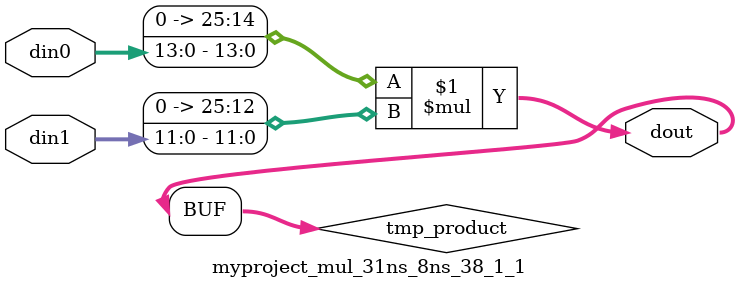
<source format=v>

`timescale 1 ns / 1 ps

  module myproject_mul_31ns_8ns_38_1_1(din0, din1, dout);
parameter ID = 1;
parameter NUM_STAGE = 0;
parameter din0_WIDTH = 14;
parameter din1_WIDTH = 12;
parameter dout_WIDTH = 26;

input [din0_WIDTH - 1 : 0] din0; 
input [din1_WIDTH - 1 : 0] din1; 
output [dout_WIDTH - 1 : 0] dout;

wire signed [dout_WIDTH - 1 : 0] tmp_product;










assign tmp_product = $signed({1'b0, din0}) * $signed({1'b0, din1});











assign dout = tmp_product;







endmodule

</source>
